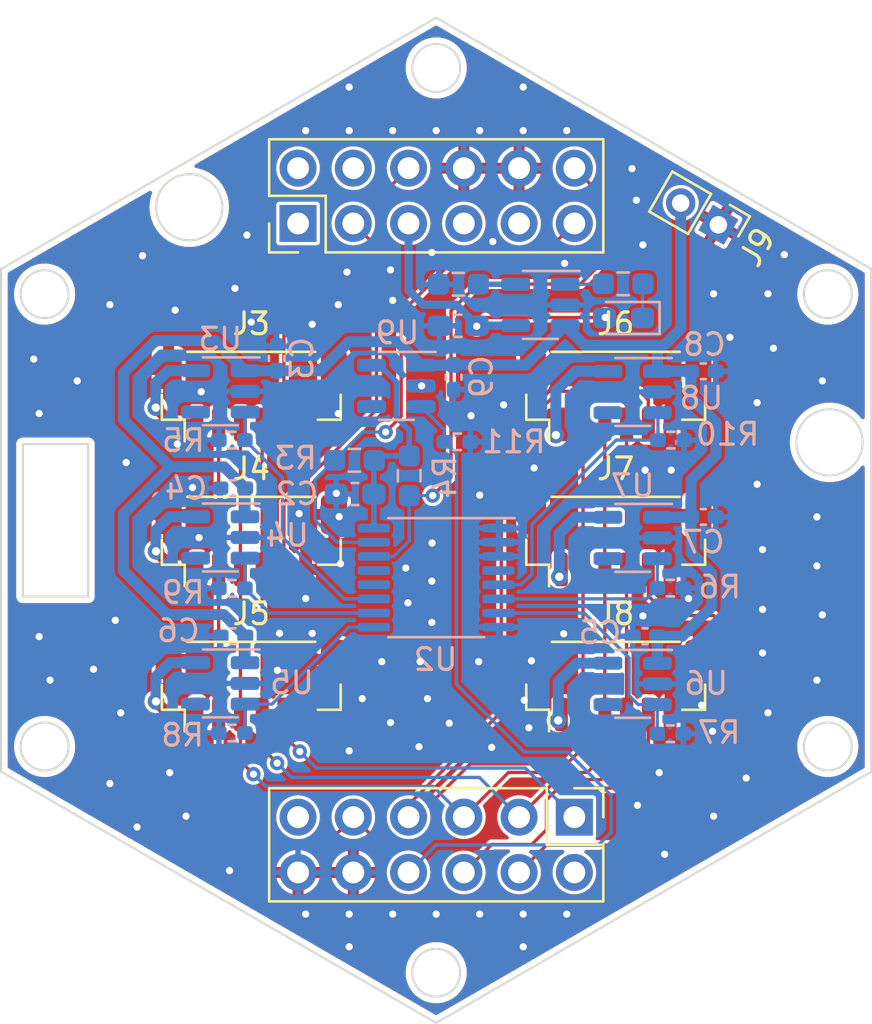
<source format=kicad_pcb>
(kicad_pcb (version 20221018) (generator pcbnew)
  (layers (0 "F.Cu" signal) (31 "B.Cu" signal) (34 "B.Paste" user) (35 "F.Paste" user) (36 "B.SilkS" user "B.Silkscreen") (37 "F.SilkS" user "F.Silkscreen") (38 "B.Mask" user) (39 "F.Mask" user) (44 "Edge.Cuts" user))
  (net 0 "")
  (net 1 "GND")
  (net 2 "Net-(D1-K)")
  (net 3 "+5V")
  (net 4 "/D8")
  (net 5 "/A5")
  (net 6 "/VBAT")
  (net 7 "/RXD")
  (net 8 "/BURN_EN")
  (net 9 "/A3")
  (net 10 "/SDA")
  (net 11 "/SCL")
  (net 12 "/A2")
  (net 13 "/D12")
  (net 14 "Net-(U1-PROG)")
  (net 15 "/BAT_BR")
  (net 16 "/D10")
  (net 17 "/MOSI")
  (net 18 "/D1")
  (net 19 "/SCK")
  (net 20 "/D2")
  (net 21 "/A4")
  (net 22 "/MISO")
  (net 23 "Net-(U1-STAT)")
  (net 24 "/V_CAM_2")
  (net 25 "/V_CAM_1")
  (net 26 "/V_CAM_3")
  (net 27 "/V_CAM_4")
  (net 28 "/V_CAM_5")
  (net 29 "/V_CAM_6")
  (net 30 "VCC")
  (net 31 "/EN_6")
  (net 32 "/EN_5")
  (net 33 "/EN_4")
  (net 34 "/EN_3")
  (net 35 "/EN_2")
  (net 36 "/EN_1")
  (net 37 "/P2")
  (net 45 "/P1")
  (net 47 "/CAM_BAT")
  (net 48 "/D3")
  (footprint "Connector_JST:JST_SH_BM06B-SRSS-TB_1x06-1MP_P1.00mm_Vertical" (layer "F.Cu") (at 141.66 94.373621)
    (fp_text reference "J3")
    (fp_text value "BM06B-SRSS-TBT(LF)(SN)")
  )
  (footprint "Connector_JST:JST_SH_BM06B-SRSS-TB_1x06-1MP_P1.00mm_Vertical" (layer "F.Cu") (at 141.66 107.698621)
    (fp_text reference "J5")
    (fp_text value "BM06B-SRSS-TBT(LF)(SN)")
  )
  (footprint "Connector_JST:JST_SH_BM06B-SRSS-TB_1x06-1MP_P1.00mm_Vertical" (layer "F.Cu") (at 158.41 94.373621)
    (fp_text reference "J6")
    (fp_text value "BM06B-SRSS-TBT(LF)(SN)")
  )
  (footprint "Connector_PinHeader_2.54mm:PinHeader_2x06_P2.54mm_Vertical" (layer "F.Cu") (at 143.81 86.465599 90)
    (fp_text reference "J1" hide)
    (fp_text value "Conn_02x06_Odd_Even" hide)
  )
  (footprint "Connector_JST:JST_SH_BM06B-SRSS-TB_1x06-1MP_P1.00mm_Vertical" (layer "F.Cu") (at 141.66 101.036121)
    (fp_text reference "J4")
    (fp_text value "BM06B-SRSS-TBT(LF)(SN)")
  )
  (footprint "Connector_PinHeader_2.54mm:PinHeader_2x06_P2.54mm_Vertical" (layer "F.Cu") (at 156.51 113.743621 -90)
    (fp_text reference "J2" hide)
    (fp_text value "Conn_02x06_Odd_Even" hide)
  )
  (footprint "Connector_PinHeader_2.00mm:PinHeader_1x02_P2.00mm_Vertical" (layer "F.Cu") (at 163.13 86.528621 -120)
    (fp_text reference "J9")
    (fp_text value "Battery")
  )
  (footprint "Connector_JST:JST_SH_BM06B-SRSS-TB_1x06-1MP_P1.00mm_Vertical" (layer "F.Cu") (at 158.41 107.698621)
    (fp_text reference "J8")
    (fp_text value "BM06B-SRSS-TBT(LF)(SN)")
  )
  (footprint "Connector_JST:JST_SH_BM06B-SRSS-TB_1x06-1MP_P1.00mm_Vertical" (layer "F.Cu") (at 158.41 101.036121)
    (fp_text reference "J7")
    (fp_text value "BM06B-SRSS-TBT(LF)(SN)")
  )
  (footprint "Resistor_SMD:R_0402_1005Metric_Pad0.72x0.64mm_HandSolder" (layer "B.Cu") (at 160.95 96.418621)
    (fp_text reference "R10")
    (fp_text value "10k")
  )
  (footprint "LED_SMD:LED_0603_1608Metric_Pad1.05x0.95mm_HandSolder" (layer "B.Cu") (at 158.77 90.808621 180)
    (fp_text reference "D1" hide)
    (fp_text value "RED")
  )
  (footprint "Package_TO_SOT_SMD:SOT-23-5" (layer "B.Cu") (at 140.2375 100.893621 180)
    (fp_text reference "U4")
    (fp_text value "AP2112K-3.3")
  )
  (footprint "Resistor_SMD:R_0402_1005Metric_Pad0.72x0.64mm_HandSolder" (layer "B.Cu") (at 140.77 109.878621 180)
    (fp_text reference "R8")
    (fp_text value "10k")
  )
  (footprint "Package_TO_SOT_SMD:SOT-23-5" (layer "B.Cu") (at 159.19 100.913621 180)
    (fp_text reference "U7")
    (fp_text value "AP2112K-3.3")
  )
  (footprint "Capacitor_SMD:C_0402_1005Metric_Pad0.74x0.62mm_HandSolder" (layer "B.Cu") (at 150.96 93.531121 -90)
    (fp_text reference "C9")
    (fp_text value "0.1uF")
  )
  (footprint "Package_TO_SOT_SMD:SOT-23-5" (layer "B.Cu") (at 154.95 90.208621 180)
    (fp_text reference "U1" hide)
    (fp_text value "MCP73831-2-OT")
  )
  (footprint "Capacitor_SMD:C_0402_1005Metric_Pad0.74x0.62mm_HandSolder" (layer "B.Cu") (at 162.44 99.948621)
    (fp_text reference "C7")
    (fp_text value "0.1uF")
  )
  (footprint "Resistor_SMD:R_0402_1005Metric_Pad0.72x0.64mm_HandSolder" (layer "B.Cu") (at 140.77 103.228621 180)
    (fp_text reference "R9")
    (fp_text value "10k")
  )
  (footprint "Package_TO_SOT_SMD:SOT-23-5" (layer "B.Cu") (at 140.2375 94.178621 180)
    (fp_text reference "U3")
    (fp_text value "AP2112K-3.3")
  )
  (footprint "Resistor_SMD:R_0603_1608Metric_Pad0.98x0.95mm_HandSolder" (layer "B.Cu") (at 151.18 89.258621)
    (fp_text reference "R1" hide)
    (fp_text value "1k")
  )
  (footprint "Resistor_SMD:R_0402_1005Metric_Pad0.72x0.64mm_HandSolder" (layer "B.Cu") (at 140.77 96.418621 180)
    (fp_text reference "R5")
    (fp_text value "10k")
  )
  (footprint "Package_SO:TSSOP-16_4.4x5mm_P0.65mm" (layer "B.Cu") (at 150.16 102.738621 180)
    (fp_text reference "U2")
    (fp_text value "TCA9534")
  )
  (footprint "Resistor_SMD:R_0402_1005Metric_Pad0.72x0.64mm_HandSolder" (layer "B.Cu") (at 160.92 103.218621)
    (fp_text reference "R6")
    (fp_text value "10k")
  )
  (footprint "Resistor_SMD:R_0603_1608Metric_Pad0.98x0.95mm_HandSolder" (layer "B.Cu") (at 148.92 98.058621 -90)
    (fp_text reference "R4")
    (fp_text value "NC")
  )
  (footprint "Resistor_SMD:R_0603_1608Metric_Pad0.98x0.95mm_HandSolder" (layer "B.Cu") (at 158.75 89.238621)
    (fp_text reference "R2" hide)
    (fp_text value "1k")
  )
  (footprint "Package_TO_SOT_SMD:SOT-23-5" (layer "B.Cu") (at 159.19 94.208621 180)
    (fp_text reference "U8")
    (fp_text value "AP2112K-3.3")
  )
  (footprint "Capacitor_SMD:C_0603_1608Metric_Pad1.08x0.95mm_HandSolder" (layer "B.Cu") (at 151.17 91.168621 180)
    (fp_text reference "C1" hide)
    (fp_text value "0.1uF")
  )
  (footprint "Capacitor_SMD:C_0402_1005Metric_Pad0.74x0.62mm_HandSolder" (layer "B.Cu") (at 162.44 93.258621)
    (fp_text reference "C8")
    (fp_text value "0.1uF")
  )
  (footprint "Capacitor_SMD:C_0402_1005Metric_Pad0.74x0.62mm_HandSolder" (layer "B.Cu") (at 142.83 92.666121 90)
    (fp_text reference "C3")
    (fp_text value "0.1uF")
  )
  (footprint "Capacitor_SMD:C_0603_1608Metric_Pad1.08x0.95mm_HandSolder" (layer "B.Cu") (at 146.43 98.898621 180)
    (fp_text reference "C2")
    (fp_text value "0.1uF")
  )
  (footprint "Resistor_SMD:R_0402_1005Metric_Pad0.72x0.64mm_HandSolder" (layer "B.Cu") (at 160.92 109.908621)
    (fp_text reference "R7")
    (fp_text value "10k")
  )
  (footprint "Capacitor_SMD:C_0402_1005Metric_Pad0.74x0.62mm_HandSolder" (layer "B.Cu") (at 159.7575 105.428621 180)
    (fp_text reference "C5")
    (fp_text value "0.1uF")
  )
  (footprint "Package_TO_SOT_SMD:SOT-23-5" (layer "B.Cu") (at 148.33 93.928621 180)
    (fp_text reference "U9")
    (fp_text value "AP2112K-3.3")
  )
  (footprint "Resistor_SMD:R_0402_1005Metric_Pad0.72x0.64mm_HandSolder" (layer "B.Cu") (at 151.13 96.498621)
    (fp_text reference "R11")
    (fp_text value "10k")
  )
  (footprint "Resistor_SMD:R_0603_1608Metric_Pad0.98x0.95mm_HandSolder" (layer "B.Cu") (at 146.4 97.348621 180)
    (fp_text reference "R3")
    (fp_text value "NC")
  )
  (footprint "Capacitor_SMD:C_0402_1005Metric_Pad0.74x0.62mm_HandSolder" (layer "B.Cu") (at 140.81 98.628621 180)
    (fp_text reference "C4")
    (fp_text value "0.1uF")
  )
  (footprint "Package_TO_SOT_SMD:SOT-23-5" (layer "B.Cu") (at 159.19 107.618621 180)
    (fp_text reference "U6")
    (fp_text value "AP2112K-3.3")
  )
  (footprint "Capacitor_SMD:C_0402_1005Metric_Pad0.74x0.62mm_HandSolder" (layer "B.Cu") (at 140.8175 105.428621 180)
    (fp_text reference "C6")
    (fp_text value "0.1uF")
  )
  (footprint "Package_TO_SOT_SMD:SOT-23-5" (layer "B.Cu") (at 140.2375 107.598621 180)
    (fp_text reference "U5")
    (fp_text value "AP2112K-3.3")
  )
  (gr_line (start 130.16 88.557605) (end 130.16 111.651615) (stroke (width 0.1)) (layer "Edge.Cuts"))
  (gr_circle (center 168.16 110.496915) (end 169.26 110.496915) (stroke (width 0.1)) (fill none) (layer "Edge.Cuts"))
  (gr_circle (center 138.81 85.719311) (end 139.06 84.219311) (stroke (width 0.1)) (fill none) (layer "Edge.Cuts"))
  (gr_line (start 130.16 111.651615) (end 150.16 123.198621) (stroke (width 0.1)) (layer "Edge.Cuts"))
  (gr_circle (center 168.16 89.712305) (end 169.26 89.712305) (stroke (width 0.1)) (fill none) (layer "Edge.Cuts"))
  (gr_circle (center 132.16 89.712305) (end 133.26 89.712305) (stroke (width 0.1)) (fill none) (layer "Edge.Cuts"))
  (gr_rect (start 131.16 96.60461) (end 134.16 103.60461) (stroke (width 0.1)) (fill none) (layer "Edge.Cuts"))
  (gr_line (start 150.16 77.010599) (end 130.16 88.557605) (stroke (width 0.1)) (layer "Edge.Cuts"))
  (gr_line (start 170.16 88.557605) (end 150.16 77.010599) (stroke (width 0.1)) (layer "Edge.Cuts"))
  (gr_circle (center 168.23931 96.523621) (end 168.48931 95.023621) (stroke (width 0.1)) (fill none) (layer "Edge.Cuts"))
  (gr_circle (center 150.16 79.32) (end 151.26 79.32) (stroke (width 0.1)) (fill none) (layer "Edge.Cuts"))
  (gr_circle (center 150.16 120.88922) (end 151.26 120.88922) (stroke (width 0.1)) (fill none) (layer "Edge.Cuts"))
  (gr_line (start 170.16 111.651615) (end 170.16 88.557605) (stroke (width 0.1)) (layer "Edge.Cuts"))
  (gr_line (start 150.16 123.198621) (end 170.16 111.651615) (stroke (width 0.1)) (layer "Edge.Cuts"))
  (gr_circle (center 132.16 110.496915) (end 133.26 110.496915) (stroke (width 0.1)) (fill none) (layer "Edge.Cuts"))
  (via (at 138.66 113.698621) (size 0.6604) (drill 0.3302) (layers "F.Cu" "B.Cu") (net 1))
  (via (at 147.66 106.598621) (size 0.6604) (drill 0.3302) (layers "F.Cu" "B.Cu") (net 1))
  (via (at 164.91 94.698621) (size 0.6604) (drill 0.3302) (layers "F.Cu" "B.Cu") (net 1))
  (via (at 162.91 113.698621) (size 0.6604) (drill 0.3302) (layers "F.Cu" "B.Cu") (net 1))
  (via (at 134.41 106.948621) (size 0.6604) (drill 0.3302) (layers "F.Cu" "B.Cu") (net 1))
  (via (at 139.26 100.898621) (size 0.6604) (drill 0.3302) (layers "F.Cu" "B.Cu") (net 1))
  (via (at 152.16 118.198621) (size 0.6604) (drill 0.3302) (layers "F.Cu" "B.Cu") (net 1))
  (via (at 167.66 99.948621) (size 0.6604) (drill 0.3302) (layers "F.Cu" "B.Cu") (net 1))
  (via (at 164.41 111.948621) (size 0.6604) (drill 0.3302) (layers "F.Cu" "B.Cu") (net 1))
  (via (at 148.76 102.298621) (size 0.6604) (drill 0.3302) (layers "F.Cu" "B.Cu") (net 1))
  (via (at 136.66 87.948621) (size 0.6604) (drill 0.3302) (layers "F.Cu" "B.Cu") (net 1))
  (via (at 142.86 106.998621) (size 0.6604) (drill 0.3302) (layers "F.Cu" "B.Cu") (net 1))
  (via (at 144.16 103.698621) (size 0.6604) (drill 0.3302) (layers "F.Cu" "B.Cu") (net 1))
  (via (at 150.16 82.198621) (size 0.6604) (drill 0.3302) (layers "F.Cu" "B.Cu") (net 1))
  (via (at 159.66 87.448621) (size 0.6604) (drill 0.3302) (layers "F.Cu" "B.Cu") (net 1))
  (via (at 149.96 102.898621) (size 0.6604) (drill 0.3302) (layers "F.Cu" "B.Cu") (net 1))
  (via (at 142.96 105.298621) (size 0.6604) (drill 0.3302) (layers "F.Cu" "B.Cu") (net 1))
  (via (at 131.91 105.448621) (size 0.6604) (drill 0.3302) (layers "F.Cu" "B.Cu") (net 1))
  (via (at 161.76 103.698621) (size 0.6604) (drill 0.3302) (layers "F.Cu" "B.Cu") (net 1))
  (via (at 159.16 83.948621) (size 0.6604) (drill 0.3302) (layers "F.Cu" "B.Cu") (net 1))
  (via (at 135.16 112.198621) (size 0.6604) (drill 0.3302) (layers "F.Cu" "B.Cu") (net 1))
  (via (at 160.96 97.798621) (size 0.6604) (drill 0.3302) (layers "F.Cu" "B.Cu") (net 1))
  (via (at 156.06 88.298621) (size 0.6604) (drill 0.3302) (layers "F.Cu" "B.Cu") (net 1))
  (via (at 141.66 90.998621) (size 0.6604) (drill 0.3302) (layers "F.Cu" "B.Cu") (net 1))
  (via (at 148.06 88.598621) (size 0.6604) (drill 0.3302) (layers "F.Cu" "B.Cu") (net 1))
  (via (at 139.36 94.198621) (size 0.6604) (drill 0.3302) (layers "F.Cu" "B.Cu") (net 1))
  (via (at 152.76 87.298621) (size 0.6604) (drill 0.3302) (layers "F.Cu" "B.Cu") (net 1))
  (via (at 145.76 102.098621) (size 0.6604) (drill 0.3302) (layers "F.Cu" "B.Cu") (net 1))
  (via (at 148.16 89.998621) (size 0.6604) (drill 0.3302) (layers "F.Cu" "B.Cu") (net 1))
  (via (at 154.42 109.638621) (size 0.6604) (drill 0.3302) (layers "F.Cu" "B.Cu") (net 1))
  (via (at 132.41 107.448621) (size 0.6604) (drill 0.3302) (layers "F.Cu" "B.Cu") (net 1))
  (via (at 167.66 102.198621) (size 0.6604) (drill 0.3302) (layers "F.Cu" "B.Cu") (net 1))
  (via (at 140.66 116.198621) (size 0.6604) (drill 0.3302) (layers "F.Cu" "B.Cu") (net 1))
  (via (at 146.16 110.698621) (size 0.6604) (drill 0.3302) (layers "F.Cu" "B.Cu") (net 1))
  (via (at 165.16 101.448621) (size 0.6604) (drill 0.3302) (layers "F.Cu" "B.Cu") (net 1))
  (via (at 146.76 108.298621) (size 0.6604) (drill 0.3302) (layers "F.Cu" "B.Cu") (net 1))
  (via (at 160.41 111.698621) (size 0.6604) (drill 0.3302) (layers "F.Cu" "B.Cu") (net 1))
  (via (at 149.49 93.928621) (size 0.6604) (drill 0.3302) (layers "F.Cu" "B.Cu") (net 1))
  (via (at 149.96 104.798621) (size 0.6604) (drill 0.3302) (layers "F.Cu" "B.Cu") (net 1))
  (via (at 165.16 106.198621) (size 0.6604) (drill 0.3302) (layers "F.Cu" "B.Cu") (net 1))
  (via (at 154.16 80.198621) (size 0.6604) (drill 0.3302) (layers "F.Cu" "B.Cu") (net 1))
  (via (at 146.16 82.198621) (size 0.6604) (drill 0.3302) (layers "F.Cu" "B.Cu") (net 1))
  (via (at 146.16 80.198621) (size 0.6604) (drill 0.3302) (layers "F.Cu" "B.Cu") (net 1))
  (via (at 135.66 108.948621) (size 0.6604) (drill 0.3302) (layers "F.Cu" "B.Cu") (net 1))
  (via (at 146.06 88.698621) (size 0.6604) (drill 0.3302) (layers "F.Cu" "B.Cu") (net 1))
  (via (at 146.16 118.198621) (size 0.6604) (drill 0.3302) (layers "F.Cu" "B.Cu") (net 1))
  (via (at 156.16 82.198621) (size 0.6604) (drill 0.3302) (layers "F.Cu" "B.Cu") (net 1))
  (via (at 165.16 104.198621) (size 0.6604) (drill 0.3302) (layers "F.Cu" "B.Cu") (net 1))
  (via (at 150.76 109.428621) (size 0.6604) (drill 0.3302) (layers "F.Cu" "B.Cu") (net 1))
  (via (at 154.16 82.198621) (size 0.6604) (drill 0.3302) (layers "F.Cu" "B.Cu") (net 1))
  (via (at 149.37 110.508621) (size 0.6604) (drill 0.3302) (layers "F.Cu" "B.Cu") (net 1))
  (via (at 149.96 87.798621) (size 0.6604) (drill 0.3302) (layers "F.Cu" "B.Cu") (net 1))
  (via (at 154.16 119.698621) (size 0.6604) (drill 0.3302) (layers "F.Cu" "B.Cu") (net 1))
  (via (at 167.66 107.448621) (size 0.6604) (drill 0.3302) (layers "F.Cu" "B.Cu") (net 1))
  (via (at 165.41 89.698621) (size 0.6604) (drill 0.3302) (layers "F.Cu" "B.Cu") (net 1))
  (via (at 154.16 118.198621) (size 0.6604) (drill 0.3302) (layers "F.Cu" "B.Cu") (net 1))
  (via (at 148.16 82.198621) (size 0.6604) (drill 0.3302) (layers "F.Cu" "B.Cu") (net 1))
  (via (at 149.42 106.598621) (size 0.6604) (drill 0.3302) (layers "F.Cu" "B.Cu") (net 1))
  (via (at 140.91 89.448621) (size 0.6604) (drill 0.3302) (layers "F.Cu" "B.Cu") (net 1))
  (via (at 145.66 95.198621) (size 0.6604) (drill 0.3302) (layers "F.Cu" "B.Cu") (net 1))
  (via (at 162.86 109.798621) (size 0.6604) (drill 0.3302) (layers "F.Cu" "B.Cu") (net 1))
  (via (at 151.76 95.298621) (size 0.6604) (drill 0.3302) (layers "F.Cu" "B.Cu") (net 1))
  (via (at 167.91 93.698621) (size 0.6604) (drill 0.3302) (layers "F.Cu" "B.Cu") (net 1))
  (via (at 149.76 108.298621) (size 0.6604) (drill 0.3302) (layers "F.Cu" "B.Cu") (net 1))
  (via (at 136.41 114.198621) (size 0.6604) (drill 0.3302) (layers "F.Cu" "B.Cu") (net 1))
  (via (at 162.91 89.698621) (size 0.6604) (drill 0.3302) (layers "F.Cu" "B.Cu") (net 1))
  (via (at 144.16 82.198621) (size 0.6604) (drill 0.3302) (layers "F.Cu" "B.Cu") (net 1))
  (via (at 154.66 97.698621) (size 0.6604) (drill 0.3302) (layers "F.Cu" "B.Cu") (net 1))
  (via (at 145.7 99.938621) (size 0.6604) (drill 0.3302) (layers "F.Cu" "B.Cu") (net 1))
  (via (at 148.16 118.198621) (size 0.6604) (drill 0.3302) (layers "F.Cu" "B.Cu") (net 1))
  (via (at 131.66 92.698621) (size 0.6604) (drill 0.3302) (layers "F.Cu" "B.Cu") (net 1))
  (via (at 159.76 97.798621) (size 0.6604) (drill 0.3302) (layers "F.Cu" "B.Cu") (net 1))
  (via (at 156.16 118.198621) (size 0.6604) (drill 0.3302) (layers "F.Cu" "B.Cu") (net 1))
  (via (at 144.46 91.098621) (size 0.6604) (drill 0.3302) (layers "F.Cu" "B.Cu") (net 1))
  (via (at 146.16 119.698621) (size 0.6604) (drill 0.3302) (layers "F.Cu" "B.Cu") (net 1))
  (via (at 159.66 104.498621) (size 0.6604) (drill 0.3302) (layers "F.Cu" "B.Cu") (net 1))
  (via (at 159.36 85.398621) (size 0.6604) (drill 0.3302) (layers "F.Cu" "B.Cu") (net 1))
  (via (at 133.66 93.698621) (size 0.6604) (drill 0.3302) (layers "F.Cu" "B.Cu") (net 1))
  (via (at 144.46 105.298621) (size 0.6604) (drill 0.3302) (layers "F.Cu" "B.Cu") (net 1))
  (via (at 137.91 111.698621) (size 0.6604) (drill 0.3302) (layers "F.Cu" "B.Cu") (net 1))
  (via (at 165.41 108.948621) (size 0.6604) (drill 0.3302) (layers "F.Cu" "B.Cu") (net 1))
  (via (at 156.02 105.318621) (size 0.6604) (drill 0.3302) (layers "F.Cu" "B.Cu") (net 1))
  (via (at 167.91 104.448621) (size 0.6604) (drill 0.3302) (layers "F.Cu" "B.Cu") (net 1))
  (via (at 153.26 94.798621) (size 0.6604) (drill 0.3302) (layers "F.Cu" "B.Cu") (net 1))
  (via (at 141.46 86.998621) (size 0.6604) (drill 0.3302) (layers "F.Cu" "B.Cu") (net 1))
  (via (at 165.66 92.198621) (size 0.6604) (drill 0.3302) (layers "F.Cu" "B.Cu") (net 1))
  (via (at 152.11 106.598621) (size 0.6604) (drill 0.3302) (layers "F.Cu" "B.Cu") (net 1))
  (via (at 163.66 91.698621) (size 0.6604) (drill 0.3302) (layers "F.Cu" "B.Cu") (net 1))
  (via (at 152.16 82.198621) (size 0.6604) (drill 0.3302) (layers "F.Cu" "B.Cu") (net 1))
  (via (at 150.16 118.198621) (size 0.6604) (drill 0.3302) (layers "F.Cu" "B.Cu") (net 1))
  (via (at 164.91 98.448621) (size 0.6604) (drill 0.3302) (layers "F.Cu" "B.Cu") (net 1))
  (via (at 138.16 90.448621) (size 0.6604) (drill 0.3302) (layers "F.Cu" "B.Cu") (net 1))
  (via (at 145.66 90.198621) (size 0.6604) (drill 0.3302) (layers "F.Cu" "B.Cu") (net 1))
  (via (at 131.91 95.198621) (size 0.6604) (drill 0.3302) (layers "F.Cu" "B.Cu") (net 1))
  (via (at 148.06 109.398621) (size 0.6604) (drill 0.3302) (layers "F.Cu" "B.Cu") (net 1))
  (via (at 154.21 108.368621) (size 0.6604) (drill 0.3302) (layers "F.Cu" "B.Cu") (net 1))
  (via (at 138.26 96.598621) (size 0.6604) (drill 0.3302) (layers "F.Cu" "B.Cu") (net 1))
  (via (at 166.16 87.898621) (size 0.6604) (drill 0.3302) (layers "F.Cu" "B.Cu") (net 1))
  (via (at 144.16 118.198621) (size 0.6604) (drill 0.3302) (layers "F.Cu" "B.Cu") (net 1))
  (via (at 160.66 115.448621) (size 0.6604) (drill 0.3302) (layers "F.Cu" "B.Cu") (net 1))
  (via (at 135.41 104.698621) (size 0.6604) (drill 0.3302) (layers "F.Cu" "B.Cu") (net 1))
  (via (at 145.57 98.868621) (size 0.6604) (drill 0.3302) (layers "F.Cu" "B.Cu") (net 1))
  (via (at 159.41 113.198621) (size 0.6604) (drill 0.3302) (layers "F.Cu" "B.Cu") (net 1))
  (via (at 149.97 101.148621) (size 0.6604) (drill 0.3302) (layers "F.Cu" "B.Cu") (net 1))
  (via (at 135.16 90.198621) (size 0.6604) (drill 0.3302) (layers "F.Cu" "B.Cu") (net 1))
  (via (at 143.86 99.798621) (size 0.6604) (drill 0.3302) (layers "F.Cu" "B.Cu") (net 1))
  (via (at 152.16 98.948621) (size 0.6604) (drill 0.3302) (layers "F.Cu" "B.Cu") (net 1))
  (via (at 135.91 97.448621) (size 0.6604) (drill 0.3302) (layers "F.Cu" "B.Cu") (net 1))
  (via (at 138.96 98.598621) (size 0.6604) (drill 0.3302) (layers "F.Cu" "B.Cu") (net 1))
  (via (at 154.54 106.558621) (size 0.6604) (drill 0.3302) (layers "F.Cu" "B.Cu") (net 1))
  (via (at 148.86 103.898621) (size 0.6604) (drill 0.3302) (layers "F.Cu" "B.Cu") (net 1))
  (via (at 162.36 108.598621) (size 0.6604) (drill 0.3302) (layers "F.Cu" "B.Cu") (net 1))
  (via (at 152.71 110.538621) (size 0.6604) (drill 0.3302) (layers "F.Cu" "B.Cu") (net 1))
  (segment (start 159.645 90.808621) (end 159.645 89.256121) (width 0.1524) (layer "B.Cu") (net 2))
  (segment (start 159.645 89.256121) (end 159.6625 89.238621) (width 0.1524) (layer "B.Cu") (net 2))
  (segment (start 152.42 90.788621) (end 152.02 91.188621) (width 0.1524) (layer "F.Cu") (net 3))
  (segment (start 157.93 90.788621) (end 152.42 90.788621) (width 0.1524) (layer "F.Cu") (net 3))
  (via (at 157.93 90.788621) (size 0.6604) (drill 0.3302) (layers "F.Cu" "B.Cu") (net 3))
  (via (at 152.02 91.188621) (size 0.6604) (drill 0.3302) (layers "F.Cu" "B.Cu") (net 3))
  (segment (start 152.0125 91.188621) (end 152.0325 91.168621) (width 0.381) (layer "B.Cu") (net 3))
  (segment (start 149.56 90.198621) (end 151.0625 90.198621) (width 0.381) (layer "B.Cu") (net 3))
  (segment (start 151.0625 90.198621) (end 152.0325 91.168621) (width 0.381) (layer "B.Cu") (net 3))
  (segment (start 148.89 86.465599) (end 148.89 89.528621) (width 0.381) (layer "B.Cu") (net 3))
  (segment (start 152.02 91.181121) (end 152.02 91.188621) (width 0.381) (layer "B.Cu") (net 3))
  (segment (start 148.89 89.528621) (end 149.56 90.198621) (width 0.381) (layer "B.Cu") (net 3))
  (segment (start 152.02 91.188621) (end 152.0125 91.188621) (width 0.381) (layer "B.Cu") (net 3))
  (segment (start 152.0425 91.158621) (end 152.02 91.181121) (width 0.381) (layer "B.Cu") (net 3))
  (segment (start 153.8125 91.158621) (end 152.0425 91.158621) (width 0.381) (layer "B.Cu") (net 3))
  (segment (start 143.16 99.278621) (end 147.42 95.018621) (width 0.1524) (layer "F.Cu") (net 5))
  (segment (start 143.16 102.361121) (end 143.16 99.278621) (width 0.1524) (layer "F.Cu") (net 5))
  (segment (start 147.42 95.018621) (end 147.42 87.535599) (width 0.1524) (layer "F.Cu") (net 5))
  (segment (start 147.42 87.535599) (end 146.35 86.465599) (width 0.1524) (layer "F.Cu") (net 5))
  (segment (start 151.01 88.108621) (end 154.866978 88.108621) (width 0.1524) (layer "F.Cu") (net 10))
  (segment (start 148.55 95.333621) (end 148.55 90.568621) (width 0.1524) (layer "F.Cu") (net 10))
  (segment (start 154.866978 88.108621) (end 156.51 86.465599) (width 0.1524) (layer "F.Cu") (net 10))
  (segment (start 147.835 96.048621) (end 148.55 95.333621) (width 0.1524) (layer "F.Cu") (net 10))
  (segment (start 148.55 90.568621) (end 151.01 88.108621) (width 0.1524) (layer "F.Cu") (net 10))
  (via (at 147.835 96.048621) (size 0.6604) (drill 0.3302) (layers "F.Cu" "B.Cu") (net 10))
  (segment (start 144.59 100.098621) (end 144.59 98.246121) (width 0.1524) (layer "B.Cu") (net 10))
  (segment (start 144.59 98.246121) (end 145.4875 97.348621) (width 0.1524) (layer "B.Cu") (net 10))
  (segment (start 147.2975 101.113621) (end 145.605 101.113621) (width 0.1524) (layer "B.Cu") (net 10))
  (segment (start 147.835 96.048621) (end 146.7875 96.048621) (width 0.1524) (layer "B.Cu") (net 10))
  (segment (start 146.7875 96.048621) (end 145.4875 97.348621) (width 0.1524) (layer "B.Cu") (net 10))
  (segment (start 145.605 101.113621) (end 144.59 100.098621) (width 0.1524) (layer "B.Cu") (net 10))
  (segment (start 156.79 89.248621) (end 158.41 87.628621) (width 0.1524) (layer "F.Cu") (net 11))
  (segment (start 150.84 98.128621) (end 150.84 90.478621) (width 0.1524) (layer "F.Cu") (net 11))
  (segment (start 158.41 85.825599) (end 156.51 83.925599) (width 0.1524) (layer "F.Cu") (net 11))
  (segment (start 150.84 90.478621) (end 152.07 89.248621) (width 0.1524) (layer "F.Cu") (net 11))
  (segment (start 156.02 89.248621) (end 156.79 89.248621) (width 0.1524) (layer "F.Cu") (net 11))
  (segment (start 152.07 89.248621) (end 156.02 89.248621) (width 0.1524) (layer "F.Cu") (net 11))
  (segment (start 158.41 87.628621) (end 158.41 85.825599) (width 0.1524) (layer "F.Cu") (net 11))
  (segment (start 150 98.968621) (end 150.84 98.128621) (width 0.1524) (layer "F.Cu") (net 11))
  (via (at 150 98.968621) (size 0.6604) (drill 0.3302) (layers "F.Cu" "B.Cu") (net 11))
  (segment (start 148.9225 98.968621) (end 148.92 98.971121) (width 0.1524) (layer "B.Cu") (net 11))
  (segment (start 150 98.968621) (end 148.9225 98.968621) (width 0.1524) (layer "B.Cu") (net 11))
  (segment (start 148.92 101.048621) (end 148.205 101.763621) (width 0.1524) (layer "B.Cu") (net 11))
  (segment (start 148.205 101.763621) (end 147.2975 101.763621) (width 0.1524) (layer "B.Cu") (net 11))
  (segment (start 148.92 98.971121) (end 148.92 101.048621) (width 0.1524) (layer "B.Cu") (net 11))
  (segment (start 143.16 95.698621) (end 143.16 89.888621) (width 0.1524) (layer "F.Cu") (net 12))
  (segment (start 145.1 85.868621) (end 145.1 87.948621) (width 0.1524) (layer "F.Cu") (net 12))
  (segment (start 148.89 83.925599) (end 147.636978 85.178621) (width 0.1524) (layer "F.Cu") (net 12))
  (segment (start 145.1 87.948621) (end 143.16 89.888621) (width 0.1524) (layer "F.Cu") (net 12))
  (segment (start 145.79 85.178621) (end 145.1 85.868621) (width 0.1524) (layer "F.Cu") (net 12))
  (segment (start 147.636978 85.178621) (end 145.79 85.178621) (width 0.1524) (layer "F.Cu") (net 12))
  (segment (start 143.16 109.998621) (end 143.89 110.728621) (width 0.1524) (layer "F.Cu") (net 13))
  (segment (start 143.16 109.023621) (end 143.16 109.998621) (width 0.1524) (layer "F.Cu") (net 13))
  (via (at 143.89 110.728621) (size 0.6604) (drill 0.3302) (layers "F.Cu" "B.Cu") (net 13))
  (segment (start 144.65 111.488621) (end 154.255 111.488621) (width 0.1524) (layer "B.Cu") (net 13))
  (segment (start 154.255 111.488621) (end 156.51 113.743621) (width 0.1524) (layer "B.Cu") (net 13))
  (segment (start 143.89 110.728621) (end 144.65 111.488621) (width 0.1524) (layer "B.Cu") (net 13))
  (segment (start 153.8125 89.258621) (end 152.0925 89.258621) (width 0.254) (layer "B.Cu") (net 14))
  (segment (start 157.73 112.018621) (end 158.91 110.838621) (width 0.1524) (layer "F.Cu") (net 17))
  (segment (start 142.16 109.023621) (end 142.16 110.568621) (width 0.1524) (layer "F.Cu") (net 17))
  (segment (start 153.97 113.743621) (end 155.695 112.018621) (width 0.1524) (layer "F.Cu") (net 17))
  (segment (start 142.16 95.698621) (end 142.16 102.361121) (width 0.1524) (layer "F.Cu") (net 17))
  (segment (start 158.91 95.698621) (end 158.91 102.361121) (width 0.1524) (layer "F.Cu") (net 17))
  (segment (start 155.695 112.018621) (end 157.73 112.018621) (width 0.1524) (layer "F.Cu") (net 17))
  (segment (start 142.16 110.568621) (end 142.85 111.258621) (width 0.1524) (layer "F.Cu") (net 17))
  (segment (start 142.16 102.361121) (end 142.16 109.023621) (width 0.1524) (layer "F.Cu") (net 17))
  (segment (start 158.91 110.838621) (end 158.91 109.023621) (width 0.1524) (layer "F.Cu") (net 17))
  (segment (start 158.91 109.023621) (end 158.91 102.361121) (width 0.1524) (layer "F.Cu") (net 17))
  (via (at 142.85 111.258621) (size 0.6604) (drill 0.3302) (layers "F.Cu" "B.Cu") (net 17))
  (segment (start 143.51 111.918621) (end 152.145 111.918621) (width 0.1524) (layer "B.Cu") (net 17))
  (segment (start 152.145 111.918621) (end 153.97 113.743621) (width 0.1524) (layer "B.Cu") (net 17))
  (segment (start 142.85 111.258621) (end 143.51 111.918621) (width 0.1524) (layer "B.Cu") (net 17))
  (segment (start 160.81 104.478621) (end 159.91 103.578621) (width 0.1524) (layer "F.Cu") (net 18))
  (segment (start 162.91 104.478621) (end 160.81 104.478621) (width 0.1524) (layer "F.Cu") (net 18))
  (segment (start 153.97 116.283621) (end 155.225 115.028621) (width 0.1524) (layer "F.Cu") (net 18))
  (segment (start 163.76 110.268621) (end 163.76 105.328621) (width 0.1524) (layer "F.Cu") (net 18))
  (segment (start 163.76 105.328621) (end 162.91 104.478621) (width 0.1524) (layer "F.Cu") (net 18))
  (segment (start 155.225 115.028621) (end 159 115.028621) (width 0.1524) (layer "F.Cu") (net 18))
  (segment (start 159 115.028621) (end 163.76 110.268621) (width 0.1524) (layer "F.Cu") (net 18))
  (segment (start 159.91 103.578621) (end 159.91 102.361121) (width 0.1524) (layer "F.Cu") (net 18))
  (segment (start 157.91 95.698621) (end 157.91 102.361121) (width 0.1524) (layer "F.Cu") (net 19))
  (segment (start 153.485 111.688621) (end 157.11 111.688621) (width 0.1524) (layer "F.Cu") (net 19))
  (segment (start 141.16 111.168621) (end 141.76 111.768621) (width 0.1524) (layer "F.Cu") (net 19))
  (segment (start 157.11 111.688621) (end 157.91 110.888621) (width 0.1524) (layer "F.Cu") (net 19))
  (segment (start 157.91 110.888621) (end 157.91 109.023621) (width 0.1524) (layer "F.Cu") (net 19))
  (segment (start 141.16 109.023621) (end 141.16 111.168621) (width 0.1524) (layer "F.Cu") (net 19))
  (segment (start 157.91 109.023621) (end 157.91 102.361121) (width 0.1524) (layer "F.Cu") (net 19))
  (segment (start 141.16 102.361121) (end 141.16 95.698621) (width 0.1524) (layer "F.Cu") (net 19))
  (segment (start 141.16 109.023621) (end 141.16 102.361121) (width 0.1524) (layer "F.Cu") (net 19))
  (segment (start 151.43 113.743621) (end 153.485 111.688621) (width 0.1524) (layer "F.Cu") (net 19))
  (via (at 141.76 111.768621) (size 0.6604) (drill 0.3302) (layers "F.Cu" "B.Cu") (net 19))
  (segment (start 150.015 112.328621) (end 151.43 113.743621) (width 0.1524) (layer "B.Cu") (net 19))
  (segment (start 141.76 111.768621) (end 142.32 112.328621) (width 0.1524) (layer "B.Cu") (net 19))
  (segment (start 142.32 112.328621) (end 150.015 112.328621) (width 0.1524) (layer "B.Cu") (net 19))
  (segment (start 153.15 96.818621) (end 153.15 108.908621) (width 0.1524) (layer "F.Cu") (net 20))
  (segment (start 148.89 113.168621) (end 148.89 113.743621) (width 0.1524) (layer "F.Cu") (net 20))
  (segment (start 155.79 94.178621) (end 153.15 96.818621) (width 0.1524) (layer "F.Cu") (net 20))
  (segment (start 159.91 95.698621) (end 159.91 94.578621) (width 0.1524) (layer "F.Cu") (net 20))
  (segment (start 159.51 94.178621) (end 155.79 94.178621) (width 0.1524) (layer "F.Cu") (net 20))
  (segment (start 159.91 94.578621) (end 159.51 94.178621) (width 0.1524) (layer "F.Cu") (net 20))
  (segment (start 153.15 108.908621) (end 148.89 113.168621) (width 0.1524) (layer "F.Cu") (net 20))
  (segment (start 157.985 114.653621) (end 158.2 114.438621) (width 0.1524) (layer "B.Cu") (net 21))
  (segment (start 156.2 110.748621) (end 154.2 110.748621) (width 0.1524) (layer "B.Cu") (net 21))
  (segment (start 150.155 115.018621) (end 157.62 115.018621) (width 0.1524) (layer "B.Cu") (net 21))
  (segment (start 148.89 116.283621) (end 150.155 115.018621) (width 0.1524) (layer "B.Cu") (net 21))
  (segment (start 150.5325 95.943621) (end 149.4675 94.878621) (width 0.1524) (layer "B.Cu") (net 21))
  (segment (start 154.2 110.748621) (end 151.09 107.638621) (width 0.1524) (layer "B.Cu") (net 21))
  (segment (start 158.2 114.438621) (end 158.2 112.748621) (width 0.1524) (layer "B.Cu") (net 21))
  (segment (start 151.09 97.056121) (end 150.5325 96.498621) (width 0.1524) (layer "B.Cu") (net 21))
  (segment (start 157.62 115.018621) (end 157.985 114.653621) (width 0.1524) (layer "B.Cu") (net 21))
  (segment (start 151.09 107.638621) (end 151.09 97.056121) (width 0.1524) (layer "B.Cu") (net 21))
  (segment (start 158.2 112.748621) (end 156.2 110.748621) (width 0.1524) (layer "B.Cu") (net 21))
  (segment (start 150.5325 96.498621) (end 150.5325 95.943621) (width 0.1524) (layer "B.Cu") (net 21))
  (segment (start 149.38 114.988621) (end 147.595 114.988621) (width 0.1524) (layer "F.Cu") (net 22))
  (segment (start 147.595 114.988621) (end 146.35 113.743621) (width 0.1524) (layer "F.Cu") (net 22))
  (segment (start 150.15 112.868621) (end 150.15 114.218621) (width 0.1524) (layer "F.Cu") (net 22))
  (segment (start 156.91 109.023621) (end 156.91 110.548621) (width 0.1524) (layer "F.Cu") (net 22))
  (segment (start 140.16 112.698621) (end 140.16 109.023621) (width 0.1524) (layer "F.Cu") (net 22))
  (segment (start 140.16 95.698621) (end 140.16 102.361121) (width 0.1524) (layer "F.Cu") (net 22))
  (segment (start 150.15 114.218621) (end 149.38 114.988621) (width 0.1524) (layer "F.Cu") (net 22))
  (segment (start 151.72 111.298621) (end 150.15 112.868621) (width 0.1524) (layer "F.Cu") (net 22))
  (segment (start 156.91 102.361121) (end 156.91 95.698621) (width 0.1524) (layer "F.Cu") (net 22))
  (segment (start 145.065 115.028621) (end 142.49 115.028621) (width 0.1524) (layer "F.Cu") (net 22))
  (segment (start 140.16 102.361121) (end 140.16 109.023621) (width 0.1524) (layer "F.Cu") (net 22))
  (segment (start 146.35 113.743621) (end 145.065 115.028621) (width 0.1524) (layer "F.Cu") (net 22))
  (segment (start 142.49 115.028621) (end 140.16 112.698621) (width 0.1524) (layer "F.Cu") (net 22))
  (segment (start 156.91 109.023621) (end 156.91 102.361121) (width 0.1524) (layer "F.Cu") (net 22))
  (segment (start 156.91 110.548621) (end 156.16 111.298621) (width 0.1524) (layer "F.Cu") (net 22))
  (segment (start 156.16 111.298621) (end 151.72 111.298621) (width 0.1524) (layer "F.Cu") (net 22))
  (segment (start 156.0875 89.258621) (end 157.8175 89.258621) (width 0.1524) (layer "B.Cu") (net 23))
  (segment (start 157.8175 89.258621) (end 157.8375 89.238621) (width 0.1524) (layer "B.Cu") (net 23))
  (segment (start 138.04 95.698621) (end 137.27 94.928621) (width 0.508) (layer "F.Cu") (net 24))
  (segment (start 139.16 95.698621) (end 138.04 95.698621) (width 0.508) (layer "F.Cu") (net 24))
  (via (at 137.27 94.928621) (size 0.762) (drill 0.381) (layers "F.Cu" "B.Cu") (net 24))
  (segment (start 139.1 93.228621) (end 137.83 93.228621) (width 0.508) (layer "B.Cu") (net 24))
  (segment (start 137.27 93.788621) (end 137.27 94.928621) (width 0.508) (layer "B.Cu") (net 24))
  (segment (start 137.83 93.228621) (end 137.27 93.788621) (width 0.508) (layer "B.Cu") (net 24))
  (segment (start 138.1125 102.361121) (end 137.28 101.528621) (width 0.508) (layer "F.Cu") (net 25))
  (segment (start 139.16 102.361121) (end 138.1125 102.361121) (width 0.508) (layer "F.Cu") (net 25))
  (via (at 137.28 101.528621) (size 0.762) (drill 0.381) (layers "F.Cu" "B.Cu") (net 25))
  (segment (start 137.895 99.943621) (end 137.28 100.558621) (width 0.508) (layer "B.Cu") (net 25))
  (segment (start 137.28 100.558621) (end 137.28 101.528621) (width 0.508) (layer "B.Cu") (net 25))
  (segment (start 139.1 99.943621) (end 137.895 99.943621) (width 0.508) (layer "B.Cu") (net 25))
  (segment (start 137.875 109.023621) (end 137.28 108.428621) (width 0.508) (layer "F.Cu") (net 26))
  (segment (start 139.16 109.023621) (end 137.875 109.023621) (width 0.508) (layer "F.Cu") (net 26))
  (via (at 137.28 108.428621) (size 0.762) (drill 0.381) (layers "F.Cu" "B.Cu") (net 26))
  (segment (start 137.92 106.648621) (end 137.28 107.288621) (width 0.508) (layer "B.Cu") (net 26))
  (segment (start 139.1 106.648621) (end 137.92 106.648621) (width 0.508) (layer "B.Cu") (net 26))
  (segment (start 137.28 107.288621) (end 137.28 108.428621) (width 0.508) (layer "B.Cu") (net 26))
  (via (at 155.66 96.188621) (size 0.762) (drill 0.381) (layers "F.Cu" "B.Cu") (net 27))
  (segment (start 155.66 94.158621) (end 156.56 93.258621) (width 0.508) (layer "B.Cu") (net 27))
  (segment (start 158.0525 93.258621) (end 156.56 93.258621) (width 0.508) (layer "B.Cu") (net 27))
  (segment (start 155.66 96.188621) (end 155.66 94.158621) (width 0.508) (layer "B.Cu") (net 27))
  (via (at 155.82 102.698621) (size 0.762) (drill 0.381) (layers "F.Cu" "B.Cu") (net 28))
  (segment (start 158.0525 99.963621) (end 156.565 99.963621) (width 0.508) (layer "B.Cu") (net 28))
  (segment (start 155.82 102.698621) (end 155.82 100.708621) (width 0.508) (layer "B.Cu") (net 28))
  (segment (start 156.565 99.963621) (end 155.82 100.708621) (width 0.508) (layer "B.Cu") (net 28))
  (via (at 155.77 109.298621) (size 0.762) (drill 0.381) (layers "F.Cu" "B.Cu") (net 29))
  (segment (start 155.77 107.528621) (end 156.63 106.668621) (width 0.508) (layer "B.Cu") (net 29))
  (segment (start 156.63 106.668621) (end 158.0525 106.668621) (width 0.508) (layer "B.Cu") (net 29))
  (segment (start 155.77 109.298621) (end 155.77 107.528621) (width 0.508) (layer "B.Cu") (net 29))
  (segment (start 148.92 95.958621) (end 148.335 95.373621) (width 0.254) (layer "B.Cu") (net 30))
  (segment (start 148.335 93.748621) (end 147.565 92.978621) (width 0.254) (layer "B.Cu") (net 30))
  (segment (start 147.515 97.146121) (end 147.3125 97.348621) (width 0.254) (layer "B.Cu") (net 30))
  (segment (start 147.2925 98.898621) (end 147.2925 97.368621) (width 0.254) (layer "B.Cu") (net 30))
  (segment (start 147.565 92.978621) (end 147.1925 92.978621) (width 0.254) (layer "B.Cu") (net 30))
  (segment (start 147.2975 98.903621) (end 147.2925 98.898621) (width 0.254) (layer "B.Cu") (net 30))
  (segment (start 147.2975 100.463621) (end 147.2975 98.903621) (width 0.254) (layer "B.Cu") (net 30))
  (segment (start 148.92 97.146121) (end 148.92 95.958621) (width 0.254) (layer "B.Cu") (net 30))
  (segment (start 147.2925 97.368621) (end 147.3125 97.348621) (width 0.254) (layer "B.Cu") (net 30))
  (segment (start 148.335 95.373621) (end 148.335 93.748621) (width 0.254) (layer "B.Cu") (net 30))
  (segment (start 148.92 97.146121) (end 147.515 97.146121) (width 0.254) (layer "B.Cu") (net 30))
  (segment (start 154.075 103.063621) (end 154.56 102.578621) (width 0.1524) (layer "B.Cu") (net 31))
  (segment (start 154.56 102.578621) (end 154.56 100.288621) (width 0.1524) (layer "B.Cu") (net 31))
  (segment (start 160.3525 96.418621) (end 160.3525 95.183621) (width 0.1524) (layer "B.Cu") (net 31))
  (segment (start 153.0225 103.063621) (end 154.075 103.063621) (width 0.1524) (layer "B.Cu") (net 31))
  (segment (start 158.43 96.418621) (end 160.3525 96.418621) (width 0.1524) (layer "B.Cu") (net 31))
  (segment (start 154.56 100.288621) (end 158.43 96.418621) (width 0.1524) (layer "B.Cu") (net 31))
  (segment (start 160.3525 95.183621) (end 160.3275 95.158621) (width 0.1524) (layer "B.Cu") (net 31))
  (segment (start 160.3225 101.868621) (end 160.3275 101.863621) (width 0.1524) (layer "B.Cu") (net 32))
  (segment (start 159.8275 103.713621) (end 160.3225 103.218621) (width 0.1524) (layer "B.Cu") (net 32))
  (segment (start 153.0225 103.713621) (end 159.8275 103.713621) (width 0.1524) (layer "B.Cu") (net 32))
  (segment (start 160.3225 103.218621) (end 160.3225 101.868621) (width 0.1524) (layer "B.Cu") (net 32))
  (segment (start 159.03 106.428621) (end 159.03 108.158621) (width 0.1524) (layer "B.Cu") (net 33))
  (segment (start 159.03 108.158621) (end 159.44 108.568621) (width 0.1524) (layer "B.Cu") (net 33))
  (segment (start 153.0225 104.363621) (end 156.965 104.363621) (width 0.1524) (layer "B.Cu") (net 33))
  (segment (start 160.3225 109.908621) (end 160.3225 108.573621) (width 0.1524) (layer "B.Cu") (net 33))
  (segment (start 156.965 104.363621) (end 159.03 106.428621) (width 0.1524) (layer "B.Cu") (net 33))
  (segment (start 160.3225 108.573621) (end 160.3275 108.568621) (width 0.1524) (layer "B.Cu") (net 33))
  (segment (start 160.3275 108.568621) (end 159.44 108.568621) (width 0.1524) (layer "B.Cu") (net 33))
  (segment (start 141.3675 109.878621) (end 141.3675 108.556121) (width 0.1524) (layer "B.Cu") (net 34))
  (segment (start 141.375 108.548621) (end 142.615 108.548621) (width 0.1524) (layer "B.Cu") (net 34))
  (segment (start 142.615 108.548621) (end 146.15 105.013621) (width 0.1524) (layer "B.Cu") (net 34))
  (segment (start 141.3675 108.556121) (end 141.375 108.548621) (width 0.1524) (layer "B.Cu") (net 34))
  (segment (start 147.2975 105.013621) (end 146.15 105.013621) (width 0.1524) (layer "B.Cu") (net 34))
  (segment (start 147.2975 104.363621) (end 142.5025 104.363621) (width 0.1524) (layer "B.Cu") (net 35))
  (segment (start 142.5025 104.363621) (end 141.3675 103.228621) (width 0.1524) (layer "B.Cu") (net 35))
  (segment (start 141.3675 103.228621) (end 141.3675 101.851121) (width 0.1524) (layer "B.Cu") (net 35))
  (segment (start 141.3675 101.851121) (end 141.375 101.843621) (width 0.1524) (layer "B.Cu") (net 35))
  (segment (start 141.3675 95.136121) (end 141.375 95.128621) (width 0.1524) (layer "B.Cu") (net 36))
  (segment (start 143.09 98.141121) (end 143.09 100.878621) (width 0.1524) (layer "B.Cu") (net 36))
  (segment (start 143.09 100.878621) (end 145.925 103.713621) (width 0.1524) (layer "B.Cu") (net 36))
  (segment (start 141.3675 96.418621) (end 143.09 98.141121) (width 0.1524) (layer "B.Cu") (net 36))
  (segment (start 141.3675 96.418621) (end 141.3675 95.136121) (width 0.1524) (layer "B.Cu") (net 36))
  (segment (start 145.925 103.713621) (end 147.2975 103.713621) (width 0.1524) (layer "B.Cu") (net 36))
  (segment (start 141.375 99.943621) (end 141.375 98.631121) (width 0.508) (layer "B.Cu") (net 47))
  (segment (start 161.8575 99.963621) (end 161.8725 99.948621) (width 0.508) (layer "B.Cu") (net 47))
  (segment (start 161.8725 101.591121) (end 162.82 102.538621) (width 0.508) (layer "B.Cu") (net 47))
  (segment (start 160.63 92.068621) (end 160.915 91.783621) (width 0.508) (layer "B.Cu") (net 47))
  (segment (start 150.945 92.978621) (end 150.96 92.963621) (width 0.508) (layer "B.Cu") (net 47))
  (segment (start 140.403479 104.438621) (end 137.8 104.438621) (width 0.508) (layer "B.Cu") (net 47))
  (segment (start 162.82 104.078621) (end 161.47 105.428621) (width 0.508) (layer "B.Cu") (net 47))
  (segment (start 162.82 102.538621) (end 162.82 104.078621) (width 0.508) (layer "B.Cu") (net 47))
  (segment (start 141.385 105.420142) (end 140.403479 104.438621) (width 0.508) (layer "B.Cu") (net 47))
  (segment (start 141.375 105.438621) (end 141.385 105.428621) (width 0.508) (layer "B.Cu") (net 47))
  (segment (start 141.375 93.228621) (end 139.995 91.848621) (width 0.508) (layer "B.Cu") (net 47))
  (segment (start 161.8725 98.253521) (end 161.8725 99.948621) (width 0.508) (layer "B.Cu") (net 47))
  (segment (start 160.3275 92.081121) (end 160.34 92.068621) (width 0.508) (layer "B.Cu") (net 47))
  (segment (start 144.815 93.233621) (end 146.15 91.898621) (width 0.508) (layer "B.Cu") (net 47))
  (segment (start 156.0875 91.158621) (end 156.9975 92.068621) (width 0.508) (layer "B.Cu") (net 47))
  (segment (start 135.79 95.498621) (end 137.94 97.648621) (width 0.508) (layer "B.Cu") (net 47))
  (segment (start 161.397949 85.528621) (end 161.397949 91.300672) (width 0.508) (layer "B.Cu") (net 47))
  (segment (start 141.38 93.233621) (end 141.375 93.228621) (width 0.508) (layer "B.Cu") (net 47))
  (segment (start 141.385 105.428621) (end 141.385 105.420142) (width 0.508) (layer "B.Cu") (net 47))
  (segment (start 142.83 93.233621) (end 141.38 93.233621) (width 0.508) (layer "B.Cu") (net 47))
  (segment (start 140.405979 97.648621) (end 141.3775 98.620142) (width 0.508) (layer "B.Cu") (net 47))
  (segment (start 160.3275 105.431121) (end 160.325 105.428621) (width 0.508) (layer "B.Cu") (net 47))
  (segment (start 135.78 99.808621) (end 137.94 97.648621) (width 0.508) (layer "B.Cu") (net 47))
  (segment (start 141.3775 98.620142) (end 141.3775 98.628621) (width 0.508) (layer "B.Cu") (net 47))
  (segment (start 154.2825 92.963621) (end 150.96 92.963621) (width 0.508) (layer "B.Cu") (net 47))
  (segment (start 135.79 93.318621) (end 135.79 95.498621) (width 0.508) (layer "B.Cu") (net 47))
  (segment (start 139.995 91.848621) (end 137.26 91.848621) (width 0.508) (layer "B.Cu") (net 47))
  (segment (start 148.3875 91.898621) (end 149.4675 92.978621) (width 0.508) (layer "B.Cu") (net 47))
  (segment (start 161.8725 99.948621) (end 161.8725 101.591121) (width 0.508) (layer "B.Cu") (net 47))
  (segment (start 142.83 93.233621) (end 144.815 93.233621) (width 0.508) (layer "B.Cu") (net 47))
  (segment (start 163.02 97.106021) (end 161.8725 98.253521) (width 0.508) (layer "B.Cu") (net 47))
  (segment (start 141.375 98.631121) (end 141.3775 98.628621) (width 0.508) (layer "B.Cu") (net 47))
  (segment (start 163.02 95.608621) (end 163.02 97.106021) (width 0.508) (layer "B.Cu") (net 47))
  (segment (start 141.375 106.648621) (end 141.375 105.438621) (width 0.508) (layer "B.Cu") (net 47))
  (segment (start 160.34 92.068621) (end 160.63 92.068621) (width 0.508) (layer "B.Cu") (net 47))
  (segment (start 161.397949 91.300672) (end 160.915 91.783621) (width 0.508) (layer "B.Cu") (net 47))
  (segment (start 161.47 105.428621) (end 160.325 105.428621) (width 0.508) (layer "B.Cu") (net 47))
  (segment (start 161.8725 94.461121) (end 163.02 95.608621) (width 0.508) (layer "B.Cu") (net 47))
  (segment (start 137.94 97.648621) (end 140.405979 97.648621) (width 0.508) (layer "B.Cu") (net 47))
  (segment (start 149.4675 92.978621) (end 150.945 92.978621) (width 0.508) (layer "B.Cu") (net 47))
  (segment (start 156.0875 91.158621) (end 154.2825 92.963621) (width 0.508) (layer "B.Cu") (net 47))
  (segment (start 160.3275 106.668621) (end 160.3275 105.431121) (width 0.508) (layer "B.Cu") (net 47))
  (segment (start 146.15 91.898621) (end 148.3875 91.898621) (width 0.508) (layer "B.Cu") (net 47))
  (segment (start 160.3275 93.258621) (end 161.8725 93.258621) (width 0.508) (layer "B.Cu") (net 47))
  (segment (start 137.26 91.848621) (end 135.79 93.318621) (width 0.508) (layer "B.Cu") (net 47))
  (segment (start 156.9975 92.068621) (end 160.34 92.068621) (width 0.508) (layer "B.Cu") (net 47))
  (segment (start 137.8 104.438621) (end 135.78 102.418621) (width 0.508) (layer "B.Cu") (net 47))
  (segment (start 161.8725 93.258621) (end 161.8725 94.461121) (width 0.508) (layer "B.Cu") (net 47))
  (segment (start 160.3275 99.963621) (end 161.8575 99.963621) (width 0.508) (layer "B.Cu") (net 47))
  (segment (start 135.78 102.418621) (end 135.78 99.808621) (width 0.508) (layer "B.Cu") (net 47))
  (segment (start 160.3275 93.258621) (end 160.3275 92.081121) (width 0.508) (layer "B.Cu") (net 47))
  (segment (start 159.91 110.878621) (end 159.91 109.023621) (width 0.1524) (layer "F.Cu") (net 48))
  (segment (start 151.43 116.283621) (end 152.715 114.998621) (width 0.1524) (layer "F.Cu") (net 48))
  (segment (start 154.55 114.998621) (end 155.23 114.318621) (width 0.1524) (layer "F.Cu") (net 48))
  (segment (start 152.715 114.998621) (end 154.55 114.998621) (width 0.1524) (layer "F.Cu") (net 48))
  (segment (start 155.23 114.318621) (end 155.23 112.948621) (width 0.1524) (layer "F.Cu") (net 48))
  (segment (start 155.23 112.948621) (end 155.77 112.408621) (width 0.1524) (layer "F.Cu") (net 48))
  (segment (start 155.77 112.408621) (end 158.38 112.408621) (width 0.1524) (layer "F.Cu") (net 48))
  (segment (start 158.38 112.408621) (end 159.91 110.878621) (width 0.1524) (layer "F.Cu") (net 48))
  (zone (net 1) (net_name "GND") (layer "F.Cu") (connect_pads (clearance 0.1524)) (min_thickness 0.1778) (fill yes (thermal_gap 0.1778) (thermal_bridge_width 0.508))
    (polygon (pts (xy 170.16 123.198621) (xy 130.16 123.198621) (xy 130.16 76.198621) (xy 170.16 76.198621)))
  )
  (zone (net 1) (net_name "GND") (layer "B.Cu") (connect_pads (clearance 0.1524)) (min_thickness 0.1778) (fill yes (thermal_gap 0.1778) (thermal_bridge_width 0.254))
    (polygon (pts (xy 130.16 76.198621) (xy 170.16 76.198621) (xy 170.16 123.198621) (xy 130.16 123.198621)))
  )
)
</source>
